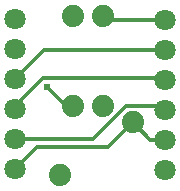
<source format=gtl>
G04 Layer: TopLayer*
G04 EasyEDA v6.4.17, 2021-02-26T18:21:57--8:00*
G04 8b8fbf476556458dbc2708442f6af73b,8aa2c519e6c9466aa65df0ec0365893d,10*
G04 Gerber Generator version 0.2*
G04 Scale: 100 percent, Rotated: No, Reflected: No *
G04 Dimensions in millimeters *
G04 leading zeros omitted , absolute positions ,4 integer and 5 decimal *
%FSLAX45Y45*%
%MOMM*%

%ADD11C,0.3200*%
%ADD12C,0.6100*%
%ADD13C,1.8000*%
%ADD14C,1.8796*%

%LPD*%
D11*
X1775713Y-2264918D02*
G01*
X1715262Y-2264918D01*
X1552447Y-2102104D01*
X2552700Y-1790700D02*
G01*
X1529079Y-1790700D01*
X1280413Y-2039365D01*
X1280413Y-2293365D02*
G01*
X1280413Y-2265426D01*
X1515363Y-2030476D01*
X2538475Y-2030476D01*
X2552700Y-2044700D01*
X2552700Y-2298700D02*
G01*
X2520441Y-2266442D01*
X2224023Y-2266442D01*
X1943100Y-2547365D01*
X1280413Y-2547365D01*
X2276855Y-2404871D02*
G01*
X2064765Y-2616707D01*
X1465071Y-2616707D01*
X1280413Y-2801365D01*
X2552700Y-2552700D02*
G01*
X2424429Y-2552700D01*
X2276855Y-2404871D01*
X2552700Y-1536700D02*
G01*
X2063495Y-1536700D01*
X2029713Y-1502918D01*
D13*
G01*
X1280413Y-1531365D03*
G01*
X1280413Y-1785365D03*
G01*
X1280413Y-2039365D03*
G01*
X1280413Y-2293365D03*
G01*
X1280413Y-2547365D03*
G01*
X1280413Y-2801365D03*
D14*
G01*
X2029713Y-2264918D03*
G01*
X2029713Y-1502918D03*
G01*
X1775713Y-2264918D03*
G01*
X1775713Y-1502918D03*
G01*
X1660270Y-2852851D03*
G01*
X2276729Y-2404948D03*
D13*
G01*
X2552700Y-2552700D03*
G01*
X2552700Y-2806700D03*
G01*
X2552700Y-1536700D03*
G01*
X2552700Y-1790700D03*
G01*
X2552700Y-2044700D03*
G01*
X2552700Y-2298700D03*
D12*
G01*
X1552447Y-2102104D03*
M02*

</source>
